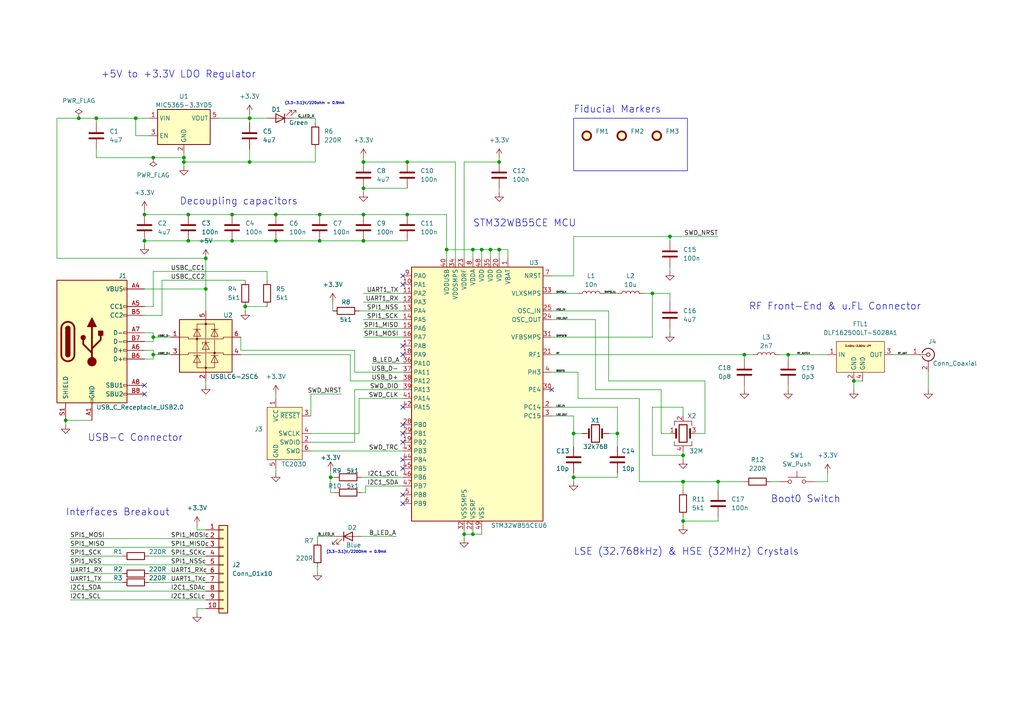
<source format=kicad_sch>
(kicad_sch (version 20230121) (generator eeschema)
  (paper "A4")
  (title_block (title "Bluetooth Breakout Board") (date "2024-01-15") (rev "A"))
  (junction (at 198.12 132.08))
  (junction (at 53.34 45.72))
  (junction (at 41.91 62.23))
  (junction (at 39.37 34.29))
  (junction (at 92.71 69.85))
  (junction (at 105.41 62.23))
  (junction (at 67.31 62.23))
  (junction (at 247.65 110.49))
  (junction (at 144.78 72.39))
  (junction (at 41.91 69.85))
  (junction (at 72.39 46.99))
  (junction (at 53.34 46.99))
  (junction (at 144.78 46.99))
  (junction (at 59.69 74.93))
  (junction (at 137.16 154.94))
  (junction (at 129.54 72.39))
  (junction (at 228.6 102.87))
  (junction (at 67.31 69.85))
  (junction (at 118.11 46.99))
  (junction (at 105.41 54.61))
  (junction (at 71.12 88.9))
  (junction (at 92.71 62.23))
  (junction (at 208.28 139.7))
  (junction (at 59.69 83.82))
  (junction (at 194.31 68.58))
  (junction (at 72.39 34.29))
  (junction (at 54.61 69.85))
  (junction (at 198.12 139.7))
  (junction (at 19.05 121.92))
  (junction (at 44.45 97.79))
  (junction (at 137.16 72.39))
  (junction (at 139.7 72.39))
  (junction (at 215.9 102.87))
  (junction (at 95.885 138.43))
  (junction (at 179.07 125.73))
  (junction (at 118.11 62.23))
  (junction (at 54.61 62.23))
  (junction (at 198.12 151.13))
  (junction (at 44.45 102.87))
  (junction (at 166.37 138.43))
  (junction (at 166.37 125.73))
  (junction (at 142.24 72.39))
  (junction (at 80.01 69.85))
  (junction (at 80.01 62.23))
  (junction (at 44.45 45.72))
  (junction (at 134.62 154.94))
  (junction (at 22.86 34.29))
  (junction (at 105.41 46.99))
  (junction (at 105.41 69.85))
  (junction (at 27.94 34.29))
  (junction (at 189.23 85.09))
  (no_connect (at 116.84 146.05))
  (no_connect (at 116.84 135.89))
  (no_connect (at 116.84 100.33))
  (no_connect (at 116.84 102.87))
  (no_connect (at 116.84 133.35))
  (no_connect (at 116.84 128.27))
  (no_connect (at 41.91 114.3))
  (no_connect (at 116.84 143.51))
  (no_connect (at 116.84 125.73))
  (no_connect (at 160.02 113.03))
  (no_connect (at 116.84 82.55))
  (no_connect (at 116.84 80.01))
  (no_connect (at 41.91 111.76))
  (no_connect (at 116.84 123.19))
  (no_connect (at 116.84 118.11))
  (wire (pts (xy 198.12 132.08) (xy 198.12 130.81)))
  (wire (pts (xy 166.37 120.65) (xy 166.37 125.73)))
  (wire (pts (xy 90.17 114.3) (xy 99.06 114.3)))
  (wire (pts (xy 194.31 85.09) (xy 194.31 87.63)))
  (wire (pts (xy 215.9 104.14) (xy 215.9 102.87)))
  (wire (pts (xy 167.64 107.95) (xy 167.64 115.57)))
  (wire (pts (xy 20.32 171.45) (xy 59.69 171.45)))
  (wire (pts (xy 43.18 39.37) (xy 39.37 39.37)))
  (wire (pts (xy 198.12 151.13) (xy 198.12 152.4)))
  (wire (pts (xy 160.02 92.71) (xy 172.72 92.71)))
  (wire (pts (xy 106.045 140.97) (xy 106.045 142.875)))
  (wire (pts (xy 129.54 62.23) (xy 118.11 62.23)))
  (wire (pts (xy 204.47 125.73) (xy 201.93 125.73)))
  (wire (pts (xy 102.87 107.95) (xy 116.84 107.95)))
  (wire (pts (xy 204.47 110.49) (xy 204.47 125.73)))
  (wire (pts (xy 41.91 104.14) (xy 44.45 104.14)))
  (wire (pts (xy 77.47 78.74) (xy 77.47 81.28)))
  (wire (pts (xy 71.12 88.9) (xy 71.12 90.17)))
  (wire (pts (xy 16.51 74.93) (xy 59.69 74.93)))
  (wire (pts (xy 19.05 121.92) (xy 19.05 123.19)))
  (wire (pts (xy 102.87 113.03) (xy 116.84 113.03)))
  (wire (pts (xy 194.31 68.58) (xy 208.28 68.58)))
  (wire (pts (xy 101.6 110.49) (xy 116.84 110.49)))
  (wire (pts (xy 90.17 130.81) (xy 116.84 130.81)))
  (wire (pts (xy 41.91 88.9) (xy 44.45 88.9)))
  (wire (pts (xy 167.64 115.57) (xy 185.42 115.57)))
  (wire (pts (xy 102.87 128.27) (xy 102.87 113.03)))
  (wire (pts (xy 215.9 102.87) (xy 218.44 102.87)))
  (wire (pts (xy 59.69 74.93) (xy 59.69 83.82)))
  (wire (pts (xy 166.37 129.54) (xy 166.37 125.73)))
  (wire (pts (xy 104.14 90.17) (xy 116.84 90.17)))
  (wire (pts (xy 95.885 136.525) (xy 95.885 138.43)))
  (wire (pts (xy 91.44 43.18) (xy 91.44 46.99)))
  (wire (pts (xy 198.12 149.86) (xy 198.12 151.13)))
  (wire (pts (xy 137.16 72.39) (xy 139.7 72.39)))
  (wire (pts (xy 208.28 142.24) (xy 208.28 139.7)))
  (wire (pts (xy 41.91 99.06) (xy 44.45 99.06)))
  (wire (pts (xy 166.37 138.43) (xy 166.37 139.7)))
  (wire (pts (xy 44.45 99.06) (xy 44.45 97.79)))
  (wire (pts (xy 27.94 43.18) (xy 27.94 45.72)))
  (wire (pts (xy 22.86 34.29) (xy 16.51 34.29)))
  (wire (pts (xy 44.45 45.72) (xy 53.34 45.72)))
  (wire (pts (xy 20.32 161.29) (xy 35.56 161.29)))
  (wire (pts (xy 228.6 102.87) (xy 228.6 104.14)))
  (wire (pts (xy 92.075 164.465) (xy 92.075 165.735)))
  (wire (pts (xy 166.37 80.01) (xy 166.37 68.58)))
  (wire (pts (xy 105.41 54.61) (xy 118.11 54.61)))
  (wire (pts (xy 80.01 114.3) (xy 80.01 115.57)))
  (wire (pts (xy 134.62 154.94) (xy 137.16 154.94)))
  (wire (pts (xy 91.44 34.29) (xy 91.44 35.56)))
  (wire (pts (xy 67.31 62.23) (xy 80.01 62.23)))
  (wire (pts (xy 134.62 46.99) (xy 134.62 74.93)))
  (wire (pts (xy 54.61 62.23) (xy 67.31 62.23)))
  (wire (pts (xy 59.69 110.49) (xy 59.69 111.76)))
  (wire (pts (xy 189.23 132.08) (xy 198.12 132.08)))
  (wire (pts (xy 132.08 46.99) (xy 118.11 46.99)))
  (wire (pts (xy 41.91 69.85) (xy 41.91 71.12)))
  (wire (pts (xy 105.41 62.23) (xy 118.11 62.23)))
  (wire (pts (xy 198.12 118.11) (xy 189.23 118.11)))
  (wire (pts (xy 194.31 68.58) (xy 194.31 69.85)))
  (wire (pts (xy 105.41 87.63) (xy 116.84 87.63)))
  (wire (pts (xy 247.65 110.49) (xy 247.65 113.03)))
  (wire (pts (xy 20.32 158.75) (xy 59.69 158.75)))
  (wire (pts (xy 41.91 62.23) (xy 54.61 62.23)))
  (wire (pts (xy 172.72 92.71) (xy 172.72 113.03)))
  (wire (pts (xy 166.37 125.73) (xy 168.91 125.73)))
  (wire (pts (xy 185.42 115.57) (xy 185.42 139.7)))
  (wire (pts (xy 160.02 107.95) (xy 167.64 107.95)))
  (wire (pts (xy 57.15 176.53) (xy 59.69 176.53)))
  (wire (pts (xy 166.37 137.16) (xy 166.37 138.43)))
  (wire (pts (xy 46.99 81.28) (xy 46.99 91.44)))
  (wire (pts (xy 179.07 118.11) (xy 179.07 125.73)))
  (wire (pts (xy 137.16 154.94) (xy 137.16 153.67)))
  (wire (pts (xy 71.12 88.9) (xy 77.47 88.9)))
  (wire (pts (xy 269.24 107.95) (xy 269.24 113.03)))
  (wire (pts (xy 129.54 74.93) (xy 129.54 72.39)))
  (wire (pts (xy 43.18 161.29) (xy 59.69 161.29)))
  (wire (pts (xy 144.78 45.72) (xy 144.78 46.99)))
  (wire (pts (xy 160.02 80.01) (xy 166.37 80.01)))
  (wire (pts (xy 179.07 125.73) (xy 179.07 129.54)))
  (wire (pts (xy 104.14 125.73) (xy 104.14 115.57)))
  (wire (pts (xy 166.37 68.58) (xy 194.31 68.58)))
  (wire (pts (xy 53.34 44.45) (xy 53.34 45.72)))
  (wire (pts (xy 139.7 72.39) (xy 142.24 72.39)))
  (wire (pts (xy 71.12 81.28) (xy 46.99 81.28)))
  (wire (pts (xy 107.95 105.41) (xy 116.84 105.41)))
  (wire (pts (xy 19.05 121.92) (xy 26.67 121.92)))
  (wire (pts (xy 166.37 138.43) (xy 179.07 138.43)))
  (wire (pts (xy 144.78 46.99) (xy 134.62 46.99)))
  (wire (pts (xy 41.91 60.96) (xy 41.91 62.23)))
  (wire (pts (xy 259.08 102.87) (xy 264.16 102.87)))
  (wire (pts (xy 44.45 78.74) (xy 77.47 78.74)))
  (wire (pts (xy 134.62 154.94) (xy 134.62 156.21)))
  (wire (pts (xy 160.02 102.87) (xy 215.9 102.87)))
  (wire (pts (xy 144.78 72.39) (xy 147.32 72.39)))
  (wire (pts (xy 44.45 101.6) (xy 44.45 102.87)))
  (wire (pts (xy 20.32 166.37) (xy 35.56 166.37)))
  (wire (pts (xy 27.94 34.29) (xy 22.86 34.29)))
  (wire (pts (xy 186.69 85.09) (xy 189.23 85.09)))
  (wire (pts (xy 41.91 69.85) (xy 54.61 69.85)))
  (wire (pts (xy 69.85 102.87) (xy 101.6 102.87)))
  (wire (pts (xy 142.24 72.39) (xy 144.78 72.39)))
  (wire (pts (xy 189.23 118.11) (xy 189.23 132.08)))
  (wire (pts (xy 16.51 34.29) (xy 16.51 74.93)))
  (wire (pts (xy 228.6 102.87) (xy 240.03 102.87)))
  (wire (pts (xy 176.53 125.73) (xy 179.07 125.73)))
  (wire (pts (xy 92.71 69.85) (xy 105.41 69.85)))
  (wire (pts (xy 160.02 85.09) (xy 167.64 85.09)))
  (wire (pts (xy 43.18 34.29) (xy 39.37 34.29)))
  (wire (pts (xy 102.87 101.6) (xy 102.87 107.95)))
  (wire (pts (xy 85.09 34.29) (xy 91.44 34.29)))
  (wire (pts (xy 104.14 115.57) (xy 116.84 115.57)))
  (wire (pts (xy 104.775 155.575) (xy 114.935 155.575)))
  (wire (pts (xy 72.39 33.02) (xy 72.39 34.29)))
  (wire (pts (xy 226.06 102.87) (xy 228.6 102.87)))
  (wire (pts (xy 105.41 45.72) (xy 105.41 46.99)))
  (wire (pts (xy 95.885 138.43) (xy 95.885 142.875)))
  (wire (pts (xy 144.78 72.39) (xy 144.78 74.93)))
  (wire (pts (xy 194.31 77.47) (xy 194.31 78.74)))
  (wire (pts (xy 44.45 104.14) (xy 44.45 102.87)))
  (wire (pts (xy 208.28 149.86) (xy 208.28 151.13)))
  (wire (pts (xy 41.91 96.52) (xy 44.45 96.52)))
  (wire (pts (xy 132.08 74.93) (xy 132.08 46.99)))
  (wire (pts (xy 144.78 54.61) (xy 144.78 55.88)))
  (wire (pts (xy 53.34 45.72) (xy 53.34 46.99)))
  (wire (pts (xy 80.01 62.23) (xy 92.71 62.23)))
  (wire (pts (xy 139.7 72.39) (xy 139.7 74.93)))
  (wire (pts (xy 228.6 111.76) (xy 228.6 113.03)))
  (wire (pts (xy 160.02 120.65) (xy 166.37 120.65)))
  (wire (pts (xy 72.39 34.29) (xy 72.39 35.56)))
  (wire (pts (xy 97.155 155.575) (xy 92.075 155.575)))
  (wire (pts (xy 105.41 54.61) (xy 105.41 55.88)))
  (wire (pts (xy 147.32 72.39) (xy 147.32 74.93)))
  (wire (pts (xy 189.23 97.79) (xy 189.23 85.09)))
  (wire (pts (xy 80.01 69.85) (xy 92.71 69.85)))
  (wire (pts (xy 137.16 72.39) (xy 137.16 74.93)))
  (wire (pts (xy 72.39 46.99) (xy 53.34 46.99)))
  (wire (pts (xy 46.99 91.44) (xy 41.91 91.44)))
  (wire (pts (xy 134.62 153.67) (xy 134.62 154.94)))
  (wire (pts (xy 101.6 102.87) (xy 101.6 110.49)))
  (wire (pts (xy 129.54 72.39) (xy 137.16 72.39)))
  (wire (pts (xy 215.9 111.76) (xy 215.9 113.03)))
  (wire (pts (xy 104.775 138.43) (xy 116.84 138.43)))
  (wire (pts (xy 43.18 166.37) (xy 59.69 166.37)))
  (wire (pts (xy 20.32 168.91) (xy 35.56 168.91)))
  (wire (pts (xy 137.16 154.94) (xy 139.7 154.94)))
  (wire (pts (xy 198.12 132.08) (xy 198.12 133.35)))
  (wire (pts (xy 95.885 142.875) (xy 97.155 142.875)))
  (wire (pts (xy 176.53 110.49) (xy 204.47 110.49)))
  (wire (pts (xy 20.32 156.21) (xy 59.69 156.21)))
  (wire (pts (xy 44.45 97.79) (xy 49.53 97.79)))
  (wire (pts (xy 179.07 138.43) (xy 179.07 137.16)))
  (wire (pts (xy 41.91 101.6) (xy 44.45 101.6)))
  (wire (pts (xy 20.32 173.99) (xy 59.69 173.99)))
  (wire (pts (xy 67.31 69.85) (xy 80.01 69.85)))
  (wire (pts (xy 106.045 140.97) (xy 116.84 140.97)))
  (wire (pts (xy 189.23 85.09) (xy 194.31 85.09)))
  (wire (pts (xy 142.24 72.39) (xy 142.24 74.93)))
  (wire (pts (xy 59.69 83.82) (xy 41.91 83.82)))
  (wire (pts (xy 57.15 177.8) (xy 57.15 176.53)))
  (wire (pts (xy 95.885 138.43) (xy 97.155 138.43)))
  (wire (pts (xy 44.45 96.52) (xy 44.45 97.79)))
  (wire (pts (xy 69.85 101.6) (xy 69.85 97.79)))
  (wire (pts (xy 39.37 34.29) (xy 27.94 34.29)))
  (wire (pts (xy 92.075 155.575) (xy 92.075 156.845)))
  (wire (pts (xy 105.41 92.71) (xy 116.84 92.71)))
  (wire (pts (xy 191.77 113.03) (xy 191.77 125.73)))
  (wire (pts (xy 172.72 113.03) (xy 191.77 113.03)))
  (wire (pts (xy 63.5 34.29) (xy 72.39 34.29)))
  (wire (pts (xy 72.39 43.18) (xy 72.39 46.99)))
  (wire (pts (xy 43.18 168.91) (xy 59.69 168.91)))
  (wire (pts (xy 240.03 139.7) (xy 240.03 137.16)))
  (wire (pts (xy 57.15 152.4) (xy 57.15 153.67)))
  (wire (pts (xy 105.41 85.09) (xy 116.84 85.09)))
  (wire (pts (xy 57.15 153.67) (xy 59.69 153.67)))
  (wire (pts (xy 96.52 87.63) (xy 96.52 90.17)))
  (wire (pts (xy 72.39 34.29) (xy 77.47 34.29)))
  (wire (pts (xy 44.45 102.87) (xy 49.53 102.87)))
  (wire (pts (xy 106.045 142.875) (xy 104.775 142.875)))
  (wire (pts (xy 27.94 34.29) (xy 27.94 35.56)))
  (wire (pts (xy 208.28 151.13) (xy 198.12 151.13)))
  (wire (pts (xy 160.02 97.79) (xy 189.23 97.79)))
  (wire (pts (xy 105.41 69.85) (xy 118.11 69.85)))
  (wire (pts (xy 92.71 62.23) (xy 105.41 62.23)))
  (wire (pts (xy 223.52 139.7) (xy 226.06 139.7)))
  (wire (pts (xy 90.17 128.27) (xy 102.87 128.27)))
  (wire (pts (xy 247.65 110.49) (xy 250.19 110.49)))
  (wire (pts (xy 91.44 46.99) (xy 72.39 46.99)))
  (wire (pts (xy 54.61 69.85) (xy 67.31 69.85)))
  (wire (pts (xy 129.54 72.39) (xy 129.54 62.23)))
  (wire (pts (xy 176.53 90.17) (xy 176.53 110.49)))
  (wire (pts (xy 90.17 125.73) (xy 104.14 125.73)))
  (wire (pts (xy 27.94 45.72) (xy 44.45 45.72)))
  (wire (pts (xy 194.31 95.25) (xy 194.31 96.52)))
  (wire (pts (xy 44.45 88.9) (xy 44.45 78.74)))
  (wire (pts (xy 185.42 139.7) (xy 198.12 139.7)))
  (wire (pts (xy 105.41 97.79) (xy 116.84 97.79)))
  (wire (pts (xy 90.17 114.3) (xy 90.17 120.65)))
  (wire (pts (xy 80.01 135.89) (xy 80.01 137.16)))
  (wire (pts (xy 198.12 120.65) (xy 198.12 118.11)))
  (wire (pts (xy 191.77 125.73) (xy 194.31 125.73)))
  (wire (pts (xy 59.69 83.82) (xy 59.69 90.17)))
  (wire (pts (xy 20.32 163.83) (xy 59.69 163.83)))
  (wire (pts (xy 198.12 139.7) (xy 198.12 142.24)))
  (wire (pts (xy 105.41 95.25) (xy 116.84 95.25)))
  (wire (pts (xy 39.37 39.37) (xy 39.37 34.29)))
  (wire (pts (xy 208.28 139.7) (xy 215.9 139.7)))
  (wire (pts (xy 139.7 154.94) (xy 139.7 153.67)))
  (wire (pts (xy 175.26 85.09) (xy 179.07 85.09)))
  (wire (pts (xy 160.02 118.11) (xy 179.07 118.11)))
  (wire (pts (xy 105.41 46.99) (xy 118.11 46.99)))
  (wire (pts (xy 236.22 139.7) (xy 240.03 139.7)))
  (wire (pts (xy 160.02 90.17) (xy 176.53 90.17)))
  (wire (pts (xy 53.34 46.99) (xy 53.34 48.26)))
  (wire (pts (xy 69.85 101.6) (xy 102.87 101.6)))
  (wire (pts (xy 198.12 139.7) (xy 208.28 139.7)))
  (rectangle (start 166.37 34.29) (end 199.39 49.53))
  (text "Fiducial Markers" (at 166.37 33.02 0) (effects (font (size 2.032 2.032)) (justify left bottom)))
  (text "USB-C Connector" (at 25.4 128.27 0) (effects (font (size 2.032 2.032)) (justify left bottom)))
  (text "RF Front-End & u.FL Connector" (at 217.17 90.17 0) (effects (font (size 2.032 2.032)) (justify left bottom)))
  (text "+5V to +3.3V LDO Regulator" (at 29.21 22.86 0) (effects (font (size 2.032 2.032)) (justify left bottom)))
  (text "(3.3-3.1)V/220Ohm = 0.9mA" (at 94.615 160.655 0) (effects (font (size 0.762 0.762)) (justify left bottom)))
  (text "LSE (32.768kHz) & HSE (32MHz) Crystals" (at 166.37 161.29 0) (effects (font (size 2.032 2.032)) (justify left bottom)))
  (text "Interfaces Breakout" (at 19.05 149.86 0) (effects (font (size 2.032 2.032)) (justify left bottom)))
  (text "Decoupling capacitors" (at 52.07 59.69 0) (effects (font (size 2.032 2.032)) (justify left bottom)))
  (text "Boot0 Switch" (at 223.52 146.05 0) (effects (font (size 2.032 2.032)) (justify left bottom)))
  (text "(3.3-3.1)V/220ohm = 0.9mA" (at 82.55 30.48 0) (effects (font (size 0.762 0.762)) (justify left bottom)))
  (text "STM32WB55CE MCU" (at 137.16 66.04 0) (effects (font (size 2.032 2.032)) (justify left bottom)))
  (label "SWD_TRC" (at 115.57 130.81 180))
  (label "SPI1_MOSI" (at 115.57 97.79 180))
  (label "SMPSLX" (at 161.29 85.09 0) (effects (font (size 0.5 0.5))))
  (label "HSE_OUT" (at 161.29 92.71 0) (effects (font (size 0.5 0.5))))
  (label "USB_D-" (at 115.57 107.95 180))
  (label "UART1_TX" (at 115.57 85.09 180))
  (label "UART1_RX" (at 115.57 87.63 180))
  (label "BOOT0" (at 161.29 107.95 0) (effects (font (size 0.5 0.5))))
  (label "SPI1_SCKc" (at 49.53 161.29 0))
  (label "I2C1_SCL" (at 20.32 173.99 0))
  (label "SWD_DIO" (at 115.57 113.03 180))
  (label "SPI1_NSS" (at 115.57 90.17 180))
  (label "UART1_RXc" (at 49.53 166.37 0))
  (label "I2C1_SCL" (at 115.57 138.43 180))
  (label "I2C1_SDA" (at 20.32 171.45 0))
  (label "USBC_D-" (at 45.72 97.79 0) (effects (font (size 0.508 0.508))))
  (label "SWD_NRST" (at 208.28 68.58 180))
  (label "G_LED_K" (at 86.36 34.29 0) (effects (font (size 0.762 0.762))))
  (label "SMPSLXL" (at 175.26 85.09 0) (effects (font (size 0.5 0.5))))
  (label "I2C1_SDAc" (at 49.53 171.45 0))
  (label "SWD_CLK" (at 115.57 115.57 180))
  (label "I2C1_SCLc" (at 49.53 173.99 0))
  (label "B_LED_A" (at 114.935 155.575 180))
  (label "USBC_CC1" (at 49.53 78.74 0))
  (label "USBC_D+" (at 45.72 102.87 0) (effects (font (size 0.508 0.508))))
  (label "LSE_IN" (at 161.29 118.11 0) (effects (font (size 0.5 0.5))))
  (label "I2C1_SDA" (at 115.57 140.97 180))
  (label "UART1_TXc" (at 49.53 168.91 0))
  (label "SWD_NRST" (at 99.06 114.3 180))
  (label "RF_ANT" (at 260.35 102.87 0) (effects (font (size 0.5 0.5))))
  (label "SPI1_MISO" (at 20.32 158.75 0))
  (label "RF" (at 161.29 102.87 0) (effects (font (size 0.5 0.5))))
  (label "UART1_TX" (at 20.32 168.91 0))
  (label "B_LED_K" (at 97.155 155.575 180) (effects (font (size 0.762 0.762))))
  (label "USB_D+" (at 115.57 110.49 180))
  (label "UART1_RX" (at 20.32 166.37 0))
  (label "RF_MATCH" (at 231.14 102.87 0) (effects (font (size 0.5 0.5))))
  (label "B_LED_A" (at 107.95 105.41 0))
  (label "SPI1_SCK" (at 20.32 161.29 0))
  (label "LSE_OUT" (at 161.29 120.65 0) (effects (font (size 0.5 0.5))))
  (label "SPI1_MOSI" (at 20.32 156.21 0))
  (label "SPI1_NSS" (at 20.32 163.83 0))
  (label "USBC_CC2" (at 49.53 81.28 0))
  (label "SPI1_MOSIc" (at 49.53 156.21 0))
  (label "SPI1_MISOc" (at 49.53 158.75 0))
  (label "SPI1_SCK" (at 115.57 92.71 180))
  (label "SPI1_NSSc" (at 49.53 163.83 0))
  (label "SMPSFB" (at 161.29 97.79 0) (effects (font (size 0.5 0.5))))
  (label "SPI1_MISO" (at 115.57 95.25 180))
  (label "HSE_IN" (at 161.29 90.17 0) (effects (font (size 0.5 0.5))))
  (symbol (lib_id "power:GND") (at 134.62 156.21 0) (unit 1)
    (property "Reference" "#PWR018" (effects hide))
    (property "Value" "GND" (effects hide))
  )
  (symbol (lib_id "Device:R") (at 100.33 90.17 90) (unit 1)
    (property "Reference" "R8" (at 100.33 87.63 90))
    (property "Value" "5k1" (at 100.33 92.71 90))
    (property "Footprint" "Resistor_SMD:R_0402_1005Metric" (effects hide))
    (property "Distributor Link" "https://www.mouser.de/ProductDetail/Panasonic/ERJ-2RKF5101X?qs=YMBIwoNQYdXx9lAucePQAA%3D%3D" (effects hide))
    (property "Manufacturer" "Panasonic" (effects hide))
    (property "Manufacturer Part Numb" "ERJ-2RKF5101X" (effects hide))
  )
  (symbol (lib_id "Device:R") (at 91.44 39.37 0) (unit 1)
    (property "Reference" "R6" (at 93.98 38.1 0) (effects (justify left)))
    (property "Value" "220R" (at 93.98 40.64 0) (effects (justify left)))
    (property "Footprint" "Resistor_SMD:R_0402_1005Metric" (effects hide))
    (property "Distributor Link" "https://www.mouser.de/ProductDetail/YAGEO/AF0402JR-07220RL?qs=Ghq3E7L6HNfV8BjGdjwaqw%3D%3D" (effects hide))
    (property "Manufacturer" "YAGEO" (effects hide))
    (property "Manufacturer Part Numb" "AF0402JR-07220RL" (effects hide))
  )
  (symbol (lib_id "power:GND") (at 57.15 177.8 0) (unit 1)
    (property "Reference" "#PWR06" (effects hide))
    (property "Value" "GND" (effects hide))
  )
  (symbol (lib_id "power:GND") (at 228.6 113.03 0) (unit 1)
    (property "Reference" "#PWR027" (effects hide))
    (property "Value" "GND" (effects hide))
  )
  (symbol (lib_id "power:+3.3V") (at 144.78 45.72 0) (unit 1)
    (property "Reference" "#PWR019" (effects hide))
    (property "Value" "+3.3V" (at 144.78 40.64 0))
  )
  (symbol (lib_id "Connector_Generic:Conn_01x10") (at 64.77 163.83 0) (unit 1) (in_bom no)
    (property "Reference" "J2" (at 67.31 163.83 0) (effects (justify left)))
    (property "Value" "Conn_01x10" (at 67.31 166.37 0) (effects (justify left)))
    (property "Footprint" "Connector_PinHeader_2.54mm:PinHeader_1x10_P2.54mm_Vertical" (effects hide))
  )
  (symbol (lib_id "Device:LED") (at 100.965 155.575 0) (unit 1)
    (property "Reference" "D2" (at 103.505 153.035 0) (effects (justify right)))
    (property "Value" "Blue" (at 104.775 158.115 0) (effects (justify right)))
    (property "Footprint" "LED_SMD:LED_0402_1005Metric" (effects hide))
    (property "Distributor Link" "https://www.mouser.de/ProductDetail/Vishay-Semiconductors/VLMB1500-GS08?qs=2BArZ0I3Qlk9hauZMM5azA%3D%3D" (effects hide))
    (property "Manufacturer" "Vishay Semiconductors" (effects hide))
    (property "Manufacturer Part Numb" "VLMB1500-GS08" (effects hide))
  )
  (symbol (lib_id "power:+3.3V") (at 72.39 33.02 0) (unit 1)
    (property "Reference" "#PWR010" (effects hide))
    (property "Value" "+3.3V" (at 72.39 27.94 0))
  )
  (symbol (lib_id "power:GND") (at 198.12 152.4 0) (unit 1)
    (property "Reference" "#PWR025" (effects hide))
    (property "Value" "GND" (effects hide))
  )
  (symbol (lib_id "power:GND") (at 247.65 113.03 0) (unit 1)
    (property "Reference" "#PWR029" (effects hide))
    (property "Value" "GND" (effects hide))
  )
  (symbol (lib_id "Device:C") (at 194.31 73.66 0) (unit 1)
    (property "Reference" "C15" (at 198.12 72.39 0) (effects (justify left)))
    (property "Value" "100n" (at 198.12 74.93 0) (effects (justify left)))
    (property "Footprint" "Capacitor_SMD:C_0402_1005Metric" (effects hide))
    (property "Distributor Link" "https://www.mouser.de/ProductDetail/Wurth-Elektronik/885012205086?qs=amGC7iS6iy9PDKAAMqQhzg%3D%3D" (effects hide))
    (property "Manufacturer" "Wurth Elektronik" (effects hide))
    (property "Manufacturer Part Numb" "885012205086" (effects hide))
  )
  (symbol (lib_id "Device:R") (at 39.37 166.37 90) (unit 1)
    (property "Reference" "R2" (at 35.56 165.1 90) (effects (justify left)))
    (property "Value" "220R" (at 48.26 165.1 90) (effects (justify left)))
    (property "Footprint" "Resistor_SMD:R_0402_1005Metric" (effects hide))
    (property "Distributor Link" "https://www.mouser.de/ProductDetail/YAGEO/AF0402JR-07220RL?qs=Ghq3E7L6HNfV8BjGdjwaqw%3D%3D" (effects hide))
    (property "Manufacturer" "YAGEO" (effects hide))
    (property "Manufacturer Part Numb" "AF0402JR-07220RL" (effects hide))
  )
  (symbol (lib_id "Device:C") (at 228.6 107.95 0) (unit 1)
    (property "Reference" "C19" (at 232.41 106.68 0) (effects (justify left)))
    (property "Value" "0p3" (at 232.41 109.22 0) (effects (justify left)))
    (property "Footprint" "Capacitor_SMD:C_0402_1005Metric" (effects hide))
    (property "Distributor Link" "https://www.mouser.de/ProductDetail/Murata-Electronics/GRM1555C1HR30WA01D?qs=e%252BE4OD6MgMcS%252BbE0ktTutg%3D%3D" (effects hide))
    (property "Manufacturer" "Murata Electronics" (effects hide))
    (property "Manufacturer Part Numb" "GRM1555C1HR30WA01D" (effects hide))
  )
  (symbol (lib_id "power:GND") (at 53.34 48.26 0) (unit 1)
    (property "Reference" "#PWR04" (effects hide))
    (property "Value" "GND" (effects hide))
  )
  (symbol (lib_id "Device:R") (at 198.12 146.05 0) (unit 1)
    (property "Reference" "R11" (at 200.66 144.78 0) (effects (justify left)))
    (property "Value" "5k1" (at 200.66 147.32 0) (effects (justify left)))
    (property "Footprint" "Resistor_SMD:R_0402_1005Metric" (effects hide))
    (property "Distributor Link" "https://www.mouser.de/ProductDetail/Panasonic/ERJ-2RKF5101X?qs=YMBIwoNQYdXx9lAucePQAA%3D%3D" (effects hide))
    (property "Manufacturer" "Panasonic" (effects hide))
    (property "Manufacturer Part Numb" "ERJ-2RKF5101X" (effects hide))
  )
  (symbol (lib_id "Connector:Conn_Coaxial") (at 269.24 102.87 0) (unit 1)
    (property "Reference" "J4" (at 269.24 99.06 0) (effects (justify left)))
    (property "Value" "Conn_Coaxial" (at 270.51 105.41 0) (effects (justify left)))
    (property "Footprint" "Connector_Coaxial:U.FL_Hirose_U.FL-R-SMT-1_Vertical" (effects hide))
    (property "Datasheet" " ~" (effects hide))
    (property "Distributor Link" "https://www.mouser.de/ProductDetail/Hirose-Connector/U.FL-R-SMT01?qs=Ux3WWAnHpjDV3tCCbDi65g%3D%3D" (effects hide))
    (property "Manufacturer" "Hirose Connector" (effects hide))
    (property "Manufacturer Part Numb" "U.FL-R-SMT(01)" (effects hide))
  )
  (symbol (lib_id "power:+3.3V") (at 240.03 137.16 0) (unit 1)
    (property "Reference" "#PWR028" (effects hide))
    (property "Value" "+3.3V" (at 240.03 132.08 0))
  )
  (symbol (lib_id "Device:R") (at 100.965 138.43 90) (unit 1)
    (property "Reference" "R9" (at 99.06 136.525 90) (effects (justify left)))
    (property "Value" "5k1" (at 104.14 136.525 90) (effects (justify left)))
    (property "Footprint" "Resistor_SMD:R_0402_1005Metric" (effects hide))
    (property "Distributor Link" "https://www.mouser.de/ProductDetail/Panasonic/ERJ-2RKF5101X?qs=YMBIwoNQYdXx9lAucePQAA%3D%3D" (effects hide))
    (property "Manufacturer" "Panasonic" (effects hide))
    (property "Manufacturer Part Numb" "ERJ-2RKF5101X" (effects hide))
  )
  (symbol (lib_id "Device:C") (at 67.31 66.04 0) (unit 1)
    (property "Reference" "C4" (at 71.12 64.77 0) (effects (justify left)))
    (property "Value" "100n" (at 71.12 67.31 0) (effects (justify left)))
    (property "Footprint" "Capacitor_SMD:C_0402_1005Metric" (effects hide))
    (property "Distributor Link" "https://www.mouser.de/ProductDetail/Wurth-Elektronik/885012205086?qs=amGC7iS6iy9PDKAAMqQhzg%3D%3D" (effects hide))
    (property "Manufacturer" "Wurth Elektronik" (effects hide))
    (property "Manufacturer Part Numb" "885012205086" (effects hide))
  )
  (symbol (lib_id "Device:C") (at 179.07 133.35 0) (mirror y) (unit 1)
    (property "Reference" "C14" (at 184.15 130.81 0) (effects (justify left)))
    (property "Value" "10p" (at 184.15 135.89 0) (effects (justify left)))
    (property "Footprint" "Capacitor_SMD:C_0402_1005Metric" (effects hide))
    (property "Distributor Link" "https://www.mouser.de/ProductDetail/KEMET/C0402C100K8HACAUTO?qs=j%252B1pi9TdxUbSCidW22i%2FeQ%3D%3D" (effects hide))
    (property "Manufacturer" "KEMET" (effects hide))
    (property "Manufacturer Part Numb" "C0402C100K8HACAUTO" (effects hide))
  )
  (symbol (lib_id "power:GND") (at 269.24 113.03 0) (unit 1)
    (property "Reference" "#PWR030" (effects hide))
    (property "Value" "GND" (effects hide))
  )
  (symbol (lib_id "Device:Crystal_GND24") (at 198.12 125.73 0) (unit 1)
    (property "Reference" "X2" (at 200.66 120.65 0))
    (property "Value" "32M" (at 201.93 130.81 0))
    (property "Footprint" "Crystal:Crystal_SMD_2016-4Pin_2.0x1.6mm" (effects hide))
    (property "Distributor Link" "https://www.mouser.de/ProductDetail/NDK/NX2016SA-32M-EXS00A-CS06465?qs=w%2Fv1CP2dgqr82b0JjRnv4A%3D%3D" (effects hide))
    (property "Manufacturer" "NDK" (effects hide))
    (property "Manufacturer Part Numb" "NX2016SA-32M-EXS00A-CS06465" (effects hide))
  )
  (symbol (lib_id "Device:C") (at 118.11 66.04 0) (unit 1)
    (property "Reference" "C11" (at 121.92 64.77 0) (effects (justify left)))
    (property "Value" "100n" (at 121.92 67.31 0) (effects (justify left)))
    (property "Footprint" "Capacitor_SMD:C_0402_1005Metric" (effects hide))
    (property "Distributor Link" "https://www.mouser.de/ProductDetail/Wurth-Elektronik/885012205086?qs=amGC7iS6iy9PDKAAMqQhzg%3D%3D" (effects hide))
    (property "Manufacturer" "Wurth Elektronik" (effects hide))
    (property "Manufacturer Part Numb" "885012205086" (effects hide))
  )
  (symbol (lib_id "Device:C") (at 54.61 66.04 0) (unit 1)
    (property "Reference" "C3" (at 58.42 64.77 0) (effects (justify left)))
    (property "Value" "100n" (at 58.42 67.31 0) (effects (justify left)))
    (property "Footprint" "Capacitor_SMD:C_0402_1005Metric" (effects hide))
    (property "Distributor Link" "https://www.mouser.de/ProductDetail/Wurth-Elektronik/885012205086?qs=amGC7iS6iy9PDKAAMqQhzg%3D%3D" (effects hide))
    (property "Manufacturer" "Wurth Elektronik" (effects hide))
    (property "Manufacturer Part Numb" "885012205086" (effects hide))
  )
  (symbol (lib_id "power:GND") (at 19.05 123.19 0) (unit 1)
    (property "Reference" "#PWR01" (effects hide))
    (property "Value" "GND" (effects hide))
  )
  (symbol (lib_id "Device:C") (at 144.78 50.8 0) (unit 1)
    (property "Reference" "C12" (at 148.59 49.53 0) (effects (justify left)))
    (property "Value" "100n" (at 148.59 52.07 0) (effects (justify left)))
    (property "Footprint" "Capacitor_SMD:C_0402_1005Metric" (effects hide))
    (property "Distributor Link" "https://www.mouser.de/ProductDetail/Wurth-Elektronik/885012205086?qs=amGC7iS6iy9PDKAAMqQhzg%3D%3D" (effects hide))
    (property "Manufacturer" "Wurth Elektronik" (effects hide))
    (property "Manufacturer Part Numb" "885012205086" (effects hide))
  )
  (symbol (lib_id "Device:C") (at 166.37 133.35 0) (unit 1)
    (property "Reference" "C13" (at 161.29 130.81 0) (effects (justify left)))
    (property "Value" "10p" (at 161.29 135.89 0) (effects (justify left)))
    (property "Footprint" "Capacitor_SMD:C_0402_1005Metric" (effects hide))
    (property "Distributor Link" "https://www.mouser.de/ProductDetail/KEMET/C0402C100K8HACAUTO?qs=j%252B1pi9TdxUbSCidW22i%2FeQ%3D%3D" (effects hide))
    (property "Manufacturer" "KEMET" (effects hide))
    (property "Manufacturer Part Numb" "C0402C100K8HACAUTO" (effects hide))
  )
  (symbol (lib_id "Custom:DLF162500LT-5028A1") (at 248.92 102.87 0) (unit 1)
    (property "Reference" "FTL1" (at 249.555 93.98 0))
    (property "Value" "DLF162500LT-5028A1" (at 249.555 96.52 0))
    (property "Footprint" "custom:DLF162500LT-5028A1" (effects hide))
    (property "Datasheet" "https://product.tdk.com/system/files/dam/doc/product/rf/rf/filter/catalog/rf_lpf_dlf162500lt-5028a1_en.pdf" (effects hide))
    (property "Distributor Link" "https://www.mouser.de/ProductDetail/TDK/DLF162500LT-5028A1?qs=U%2FZX79kHR%2FlwIbAISCs3qA%3D%3D" (effects hide))
    (property "Manufacturer" "TDK" (effects hide))
    (property "Manufacturer Part Numb" "DLF162500LT-5028A1" (effects hide))
  )
  (symbol (lib_id "Device:R") (at 77.47 85.09 0) (unit 1)
    (property "Reference" "R5" (at 80.01 83.82 0) (effects (justify left)))
    (property "Value" "5k1" (at 80.01 86.36 0) (effects (justify left)))
    (property "Footprint" "Resistor_SMD:R_0402_1005Metric" (effects hide))
    (property "Distributor Link" "https://www.mouser.de/ProductDetail/Panasonic/ERJ-2RKF5101X?qs=YMBIwoNQYdXx9lAucePQAA%3D%3D" (effects hide))
    (property "Manufacturer" "Panasonic" (effects hide))
    (property "Manufacturer Part Numb" "ERJ-2RKF5101X" (effects hide))
  )
  (symbol (lib_id "Device:R") (at 100.965 142.875 90) (unit 1)
    (property "Reference" "R10" (at 99.06 140.97 90) (effects (justify left)))
    (property "Value" "5k1" (at 104.14 140.97 90) (effects (justify left)))
    (property "Footprint" "Resistor_SMD:R_0402_1005Metric" (effects hide))
    (property "Distributor Link" "https://www.mouser.de/ProductDetail/Panasonic/ERJ-2RKF5101X?qs=YMBIwoNQYdXx9lAucePQAA%3D%3D" (effects hide))
    (property "Manufacturer" "Panasonic" (effects hide))
    (property "Manufacturer Part Numb" "ERJ-2RKF5101X" (effects hide))
  )
  (symbol (lib_id "power:+3.3V") (at 41.91 60.96 0) (unit 1)
    (property "Reference" "#PWR02" (effects hide))
    (property "Value" "+3.3V" (at 41.91 55.88 0))
  )
  (symbol (lib_id "Custom:USBLC6-2SC6") (at 59.69 100.33 0) (unit 1)
    (property "Reference" "U2" (at 64.77 91.44 0) (effects (justify left)))
    (property "Value" "USBLC6-2SC6" (at 60.96 109.22 0) (effects (justify left)))
    (property "Footprint" "Package_TO_SOT_SMD:SOT-23-6" (effects hide))
    (property "Datasheet" "https://www.st.com/resource/en/datasheet/usblc6-2.pdf" (effects hide))
    (property "Distributor Link" "https://www.mouser.de/ProductDetail/STMicroelectronics/USBLC6-2SC6?qs=po45yt2pPpu%2FhNIlwQdTlg%3D%3D" (effects hide))
    (property "Manufacturer" "STMicroelectronics" (effects hide))
    (property "Manufacturer Part Numb" "USBLC6-2SC6" (effects hide))
  )
  (symbol (lib_id "MCU_ST_STM32WB:STM32WB55CEUx") (at 139.7 115.57 0) (mirror y) (unit 1)
    (property "Reference" "U3" (at 156.21 76.2 0) (effects (justify left)))
    (property "Value" "STM32WB55CEU6" (at 158.75 152.4 0) (effects (justify left)))
    (property "Footprint" "Package_DFN_QFN:QFN-48-1EP_7x7mm_P0.5mm_EP5.6x5.6mm" (effects hide))
    (property "Datasheet" "https://www.st.com/resource/en/datasheet/stm32wb55ce.pdf" (effects hide))
    (property "Distributor Link" "https://www.mouser.de/ProductDetail/STMicroelectronics/STM32WB55CEU6?qs=sGAEpiMZZMutXGli8Ay4kBWv84s2P%2FIYMjTuX1A47XY%3D" (effects hide))
    (property "Manufacturer" "STMicroelectronics" (effects hide))
    (property "Manufacturer Part Numb" "STM32WB55CEU6" (effects hide))
  )
  (symbol (lib_id "Device:C") (at 208.28 146.05 0) (unit 1)
    (property "Reference" "C17" (at 212.09 144.78 0) (effects (justify left)))
    (property "Value" "100n" (at 212.09 147.32 0) (effects (justify left)))
    (property "Footprint" "Capacitor_SMD:C_0402_1005Metric" (effects hide))
    (property "Distributor Link" "https://www.mouser.de/ProductDetail/Wurth-Elektronik/885012205086?qs=amGC7iS6iy9PDKAAMqQhzg%3D%3D" (effects hide))
    (property "Manufacturer" "Wurth Elektronik" (effects hide))
    (property "Manufacturer Part Numb" "885012205086" (effects hide))
  )
  (symbol (lib_id "power:GND") (at 194.31 78.74 0) (unit 1)
    (property "Reference" "#PWR022" (effects hide))
    (property "Value" "GND" (effects hide))
  )
  (symbol (lib_id "power:GND") (at 59.69 111.76 0) (unit 1)
    (property "Reference" "#PWR08" (effects hide))
    (property "Value" "GND" (effects hide))
  )
  (symbol (lib_id "Mechanical:Fiducial") (at 170.18 39.37 0) (unit 1) (in_bom no)
    (property "Reference" "FM1" (at 172.72 38.1 0) (effects (justify left)))
    (property "Value" "Fiducial" (effects hide))
    (property "Footprint" "Fiducial:Fiducial_1mm_Mask2mm" (effects hide))
  )
  (symbol (lib_id "power:GND") (at 215.9 113.03 0) (unit 1)
    (property "Reference" "#PWR026" (effects hide))
    (property "Value" "GND" (effects hide))
  )
  (symbol (lib_id "Device:R") (at 39.37 161.29 90) (unit 1)
    (property "Reference" "R1" (at 35.56 160.02 90) (effects (justify left)))
    (property "Value" "220R" (at 48.26 160.02 90) (effects (justify left)))
    (property "Footprint" "Resistor_SMD:R_0402_1005Metric" (effects hide))
    (property "Distributor Link" "https://www.mouser.de/ProductDetail/YAGEO/AF0402JR-07220RL?qs=Ghq3E7L6HNfV8BjGdjwaqw%3D%3D" (effects hide))
    (property "Manufacturer" "YAGEO" (effects hide))
    (property "Manufacturer Part Numb" "AF0402JR-07220RL" (effects hide))
  )
  (symbol (lib_id "Device:R") (at 219.71 139.7 90) (unit 1)
    (property "Reference" "R12" (at 219.71 133.35 90))
    (property "Value" "220R" (at 219.71 135.89 90))
    (property "Footprint" "Resistor_SMD:R_0402_1005Metric" (effects hide))
    (property "Distributor Link" "https://www.mouser.de/ProductDetail/YAGEO/AF0402JR-07220RL?qs=Ghq3E7L6HNfV8BjGdjwaqw%3D%3D" (effects hide))
    (property "Manufacturer" "YAGEO" (effects hide))
    (property "Manufacturer Part Numb" "AF0402JR-07220RL" (effects hide))
  )
  (symbol (lib_id "power:GND") (at 144.78 55.88 0) (unit 1)
    (property "Reference" "#PWR020" (effects hide))
    (property "Value" "GND" (effects hide))
  )
  (symbol (lib_id "power:GND") (at 92.075 165.735 0) (unit 1)
    (property "Reference" "#PWR013" (effects hide))
    (property "Value" "GND" (effects hide))
  )
  (symbol (lib_id "Device:C") (at 72.39 39.37 0) (unit 1)
    (property "Reference" "C5" (at 76.2 38.1 0) (effects (justify left)))
    (property "Value" "4u7" (at 76.2 40.64 0) (effects (justify left)))
    (property "Footprint" "Capacitor_SMD:C_0603_1608Metric" (effects hide))
    (property "Distributor Link" "https://www.mouser.de/ProductDetail/KYOCERA-AVX/KGM15CR51E475KT?qs=Jm2GQyTW%2FbixQyNI34FoPQ%3D%3D" (effects hide))
    (property "Manufacturer" "KYOCERA AVX" (effects hide))
    (property "Manufacturer Part Numb" "KGM15CR51E475KT" (effects hide))
  )
  (symbol (lib_id "power:GND") (at 198.12 133.35 0) (unit 1)
    (property "Reference" "#PWR024" (effects hide))
    (property "Value" "GND" (effects hide))
  )
  (symbol (lib_id "power:GND") (at 41.91 71.12 0) (unit 1)
    (property "Reference" "#PWR03" (effects hide))
    (property "Value" "GND" (effects hide))
  )
  (symbol (lib_id "Device:LED") (at 81.28 34.29 180) (unit 1)
    (property "Reference" "D1" (at 78.74 31.75 0) (effects (justify right)))
    (property "Value" "Green" (at 83.82 35.56 0) (effects (justify right)))
    (property "Footprint" "LED_SMD:LED_0402_1005Metric" (effects hide))
    (property "Distributor Link" "https://www.mouser.de/ProductDetail/Lite-On/LTST-C281KGKT?qs=xb8aMrBSZRJ6%2FVAKgwiAkw%3D%3D" (effects hide))
    (property "Manufacturer" "Lite-On" (effects hide))
    (property "Manufacturer Part Numb" "LTST-C281KGKT" (effects hide))
  )
  (symbol (lib_id "Connector:USB_C_Receptacle_USB2.0") (at 26.67 99.06 0) (unit 1)
    (property "Reference" "J1" (at 35.56 80.01 0))
    (property "Value" "USB_C_Receptacle_USB2.0" (at 40.64 118.11 0))
    (property "Footprint" "Connector_USB:USB_C_Receptacle_GCT_USB4105-xx-A_16P_TopMnt_Horizontal" (effects hide))
    (property "Datasheet" "https://www.usb.org/sites/default/files/documents/usb_type-c.zip" (effects hide))
    (property "Distributor Link" "https://www.mouser.de/ProductDetail/GCT/USB4105-GF-A?qs=KUoIvG%2F9IlY%2FMLlBMpStpA%3D%3D" (effects hide))
    (property "Manufacturer" "GCT" (effects hide))
    (property "Manufacturer Part Numb" "USB4105-GF-A" (effects hide))
  )
  (symbol (lib_id "Device:R") (at 92.075 160.655 0) (unit 1)
    (property "Reference" "R7" (at 88.265 156.845 0) (effects (justify left)))
    (property "Value" "220R" (at 85.725 161.925 0) (effects (justify left)))
    (property "Footprint" "Resistor_SMD:R_0402_1005Metric" (effects hide))
    (property "Distributor Link" "https://www.mouser.de/ProductDetail/YAGEO/AF0402JR-07220RL?qs=Ghq3E7L6HNfV8BjGdjwaqw%3D%3D" (effects hide))
    (property "Manufacturer" "YAGEO" (effects hide))
    (property "Manufacturer Part Numb" "AF0402JR-07220RL" (effects hide))
  )
  (symbol (lib_id "power:PWR_FLAG") (at 44.45 45.72 180) (unit 1)
    (property "Reference" "#FLG02" (effects hide))
    (property "Value" "PWR_FLAG" (at 44.45 50.8 0))
  )
  (symbol (lib_id "Mechanical:Fiducial") (at 180.34 39.37 0) (unit 1) (in_bom no)
    (property "Reference" "FM2" (at 182.88 38.1 0) (effects (justify left)))
    (property "Value" "Fiducial" (effects hide))
    (property "Footprint" "Fiducial:Fiducial_1mm_Mask2mm" (effects hide))
  )
  (symbol (lib_id "Device:C") (at 92.71 66.04 0) (unit 1)
    (property "Reference" "C7" (at 96.52 64.77 0) (effects (justify left)))
    (property "Value" "100n" (at 96.52 67.31 0) (effects (justify left)))
    (property "Footprint" "Capacitor_SMD:C_0402_1005Metric" (effects hide))
    (property "Distributor Link" "https://www.mouser.de/ProductDetail/Wurth-Elektronik/885012205086?qs=amGC7iS6iy9PDKAAMqQhzg%3D%3D" (effects hide))
    (property "Manufacturer" "Wurth Elektronik" (effects hide))
    (property "Manufacturer Part Numb" "885012205086" (effects hide))
  )
  (symbol (lib_id "Device:C") (at 215.9 107.95 0) (mirror y) (unit 1)
    (property "Reference" "C18" (at 212.09 106.68 0) (effects (justify left)))
    (property "Value" "0p8" (at 212.09 109.22 0) (effects (justify left)))
    (property "Footprint" "Capacitor_SMD:C_0402_1005Metric" (effects hide))
    (property "Distributor Link" "https://www.mouser.de/ProductDetail/Murata-Electronics/GRM1555C1HR80BA01D?qs=e%252BE4OD6MgMezPYPintwvrA%3D%3D" (effects hide))
    (property "Manufacturer" "Murata Electronics" (effects hide))
    (property "Manufacturer Part Numb" "GRM1555C1HR80BA01D" (effects hide))
  )
  (symbol (lib_id "Device:C") (at 80.01 66.04 0) (unit 1)
    (property "Reference" "C6" (at 83.82 64.77 0) (effects (justify left)))
    (property "Value" "100n" (at 83.82 67.31 0) (effects (justify left)))
    (property "Footprint" "Capacitor_SMD:C_0402_1005Metric" (effects hide))
    (property "Distributor Link" "https://www.mouser.de/ProductDetail/Wurth-Elektronik/885012205086?qs=amGC7iS6iy9PDKAAMqQhzg%3D%3D" (effects hide))
    (property "Manufacturer" "Wurth Elektronik" (effects hide))
    (property "Manufacturer Part Numb" "885012205086" (effects hide))
  )
  (symbol (lib_id "power:+3.3V") (at 105.41 45.72 0) (unit 1)
    (property "Reference" "#PWR016" (effects hide))
    (property "Value" "+3.3V" (at 105.41 40.64 0))
  )
  (symbol (lib_id "power:+3.3V") (at 80.01 114.3 0) (unit 1)
    (property "Reference" "#PWR011" (effects hide))
    (property "Value" "+3.3V" (at 80.01 109.22 0))
  )
  (symbol (lib_id "Device:C") (at 27.94 39.37 0) (unit 1)
    (property "Reference" "C1" (at 31.75 38.1 0) (effects (justify left)))
    (property "Value" "4u7" (at 31.75 40.64 0) (effects (justify left)))
    (property "Footprint" "Capacitor_SMD:C_0603_1608Metric" (effects hide))
    (property "Distributor Link" "https://www.mouser.de/ProductDetail/KYOCERA-AVX/KGM15CR51E475KT?qs=Jm2GQyTW%2FbixQyNI34FoPQ%3D%3D" (effects hide))
    (property "Manufacturer" "KYOCERA AVX" (effects hide))
    (property "Manufacturer Part Numb" "KGM15CR51E475KT" (effects hide))
  )
  (symbol (lib_id "power:+3.3V") (at 96.52 87.63 0) (unit 1)
    (property "Reference" "#PWR015" (effects hide))
    (property "Value" "+3.3V" (at 96.52 82.55 0))
  )
  (symbol (lib_id "power:GND") (at 71.12 90.17 0) (unit 1)
    (property "Reference" "#PWR09" (effects hide))
    (property "Value" "GND" (effects hide))
  )
  (symbol (lib_id "power:+3.3V") (at 95.885 136.525 0) (unit 1)
    (property "Reference" "#PWR014" (effects hide))
    (property "Value" "+3.3V" (at 95.885 132.715 0))
  )
  (symbol (lib_id "power:+5V") (at 59.69 74.93 0) (unit 1)
    (property "Reference" "#PWR07" (effects hide))
    (property "Value" "+5V" (at 59.69 69.85 0))
  )
  (symbol (lib_id "power:GND") (at 80.01 137.16 0) (unit 1)
    (property "Reference" "#PWR012" (effects hide))
    (property "Value" "GND" (effects hide))
  )
  (symbol (lib_id "Device:C") (at 41.91 66.04 0) (unit 1)
    (property "Reference" "C2" (at 45.72 64.77 0) (effects (justify left)))
    (property "Value" "4u7" (at 45.72 67.31 0) (effects (justify left)))
    (property "Footprint" "Capacitor_SMD:C_0603_1608Metric" (effects hide))
    (property "Distributor Link" "https://www.mouser.de/ProductDetail/KYOCERA-AVX/KGM15CR51E475KT?qs=Jm2GQyTW%2FbixQyNI34FoPQ%3D%3D" (effects hide))
    (property "Manufacturer" "KYOCERA AVX" (effects hide))
    (property "Manufacturer Part Numb" "KGM15CR51E475KT" (effects hide))
  )
  (symbol (lib_id "Device:R") (at 39.37 168.91 90) (unit 1)
    (property "Reference" "R3" (at 35.56 167.64 90) (effects (justify left)))
    (property "Value" "220R" (at 48.26 167.64 90) (effects (justify left)))
    (property "Footprint" "Resistor_SMD:R_0402_1005Metric" (effects hide))
    (property "Distributor Link" "https://www.mouser.de/ProductDetail/YAGEO/AF0402JR-07220RL?qs=Ghq3E7L6HNfV8BjGdjwaqw%3D%3D" (effects hide))
    (property "Manufacturer" "YAGEO" (effects hide))
    (property "Manufacturer Part Numb" "AF0402JR-07220RL" (effects hide))
  )
  (symbol (lib_id "Device:L") (at 182.88 85.09 90) (unit 1)
    (property "Reference" "L2" (at 182.88 80.01 90))
    (property "Value" "10u" (at 182.88 82.55 90))
    (property "Footprint" "Inductor_SMD:L_0805_2012Metric" (effects hide))
    (property "Distributor Link" "https://www.mouser.de/ProductDetail/Murata-Electronics/LQM21FN100M70L?qs=8M15sSGRUn%252BogwBrvQUwLA%3D%3D" (effects hide))
    (property "Manufacturer" "Murata Electronics" (effects hide))
    (property "Manufacturer Part Numb" "LQM21FN100M70L" (effects hide))
  )
  (symbol (lib_id "Mechanical:Fiducial") (at 190.5 39.37 0) (unit 1) (in_bom no)
    (property "Reference" "FM3" (at 193.04 38.1 0) (effects (justify left)))
    (property "Value" "Fiducial" (effects hide))
    (property "Footprint" "Fiducial:Fiducial_1mm_Mask2mm" (effects hide))
  )
  (symbol (lib_id "Device:C") (at 105.41 66.04 0) (unit 1)
    (property "Reference" "C9" (at 109.22 64.77 0) (effects (justify left)))
    (property "Value" "100n" (at 109.22 67.31 0) (effects (justify left)))
    (property "Footprint" "Capacitor_SMD:C_0402_1005Metric" (effects hide))
    (property "Distributor Link" "https://www.mouser.de/ProductDetail/Wurth-Elektronik/885012205086?qs=amGC7iS6iy9PDKAAMqQhzg%3D%3D" (effects hide))
    (property "Manufacturer" "Wurth Elektronik" (effects hide))
    (property "Manufacturer Part Numb" "885012205086" (effects hide))
  )
  (symbol (lib_id "power:+3.3V") (at 57.15 152.4 0) (unit 1)
    (property "Reference" "#PWR05" (effects hide))
    (property "Value" "+3.3V" (at 57.15 147.32 0))
  )
  (symbol (lib_id "power:GND") (at 166.37 139.7 0) (unit 1)
    (property "Reference" "#PWR021" (effects hide))
    (property "Value" "GND" (effects hide))
  )
  (symbol (lib_id "Device:R") (at 71.12 85.09 0) (unit 1)
    (property "Reference" "R4" (at 66.04 83.82 0) (effects (justify left)))
    (property "Value" "5k1" (at 66.04 86.36 0) (effects (justify left)))
    (property "Footprint" "Resistor_SMD:R_0402_1005Metric" (effects hide))
    (property "Distributor Link" "https://www.mouser.de/ProductDetail/Panasonic/ERJ-2RKF5101X?qs=YMBIwoNQYdXx9lAucePQAA%3D%3D" (effects hide))
    (property "Manufacturer" "Panasonic" (effects hide))
    (property "Manufacturer Part Numb" "ERJ-2RKF5101X" (effects hide))
  )
  (symbol (lib_id "Device:C") (at 118.11 50.8 0) (unit 1)
    (property "Reference" "C10" (at 121.92 49.53 0) (effects (justify left)))
    (property "Value" "100n" (at 121.92 52.07 0) (effects (justify left)))
    (property "Footprint" "Capacitor_SMD:C_0402_1005Metric" (effects hide))
    (property "Distributor Link" "https://www.mouser.de/ProductDetail/Wurth-Elektronik/885012205086?qs=amGC7iS6iy9PDKAAMqQhzg%3D%3D" (effects hide))
    (property "Manufacturer" "Wurth Elektronik" (effects hide))
    (property "Manufacturer Part Numb" "885012205086" (effects hide))
  )
  (symbol (lib_id "Device:C") (at 194.31 91.44 0) (unit 1)
    (property "Reference" "C16" (at 198.12 90.17 0) (effects (justify left)))
    (property "Value" "4u7" (at 198.12 92.71 0) (effects (justify left)))
    (property "Footprint" "Capacitor_SMD:C_0603_1608Metric" (effects hide))
    (property "Distributor Link" "https://www.mouser.de/ProductDetail/KYOCERA-AVX/KGM15CR51E475KT?qs=Jm2GQyTW%2FbixQyNI34FoPQ%3D%3D" (effects hide))
    (property "Manufacturer" "KYOCERA AVX" (effects hide))
    (property "Manufacturer Part Numb" "KGM15CR51E475KT" (effects hide))
  )
  (symbol (lib_id "Regulator_Linear:MIC5365-3.3YD5") (at 53.34 36.83 0) (unit 1)
    (property "Reference" "U1" (at 53.34 27.94 0))
    (property "Value" "MIC5365-3.3YD5" (at 53.34 30.48 0))
    (property "Footprint" "Package_TO_SOT_SMD:SOT-23-5" (effects hide))
    (property "Datasheet" "http://ww1.microchip.com/downloads/en/DeviceDoc/mic5365.pdf" (effects hide))
    (property "Distributor Link" "https://www.mouser.de/ProductDetail/Microchip-Technology/MIC5365-3.3YD5-TR?qs=U6T8BxXiZAXzRinbbfZRrg%3D%3D" (effects hide))
    (property "Manufacturer" "Microchip Technology" (effects hide))
    (property "Manufacturer Part Numb" "MIC5365-3.3YD5-TR" (effects hide))
  )
  (symbol (lib_id "power:GND") (at 194.31 96.52 0) (unit 1)
    (property "Reference" "#PWR023" (effects hide))
    (property "Value" "GND" (effects hide))
  )
  (symbol (lib_id "power:PWR_FLAG") (at 22.86 34.29 0) (unit 1)
    (property "Reference" "#FLG01" (effects hide))
    (property "Value" "PWR_FLAG" (at 22.86 29.21 0))
  )
  (symbol (lib_id "Connector:Conn_ARM_SWD_TagConnect_TC2030") (at 82.55 125.73 0) (unit 1) (in_bom no)
    (property "Reference" "J3" (at 76.2 124.46 0) (effects (justify right)))
    (property "Value" "TC2030" (at 88.9 134.62 0) (effects (justify right)))
    (property "Footprint" "Connector:Tag-Connect_TC2030-IDC-FP_2x03_P1.27mm_Vertical" (effects hide))
    (property "Datasheet" "https://www.tag-connect.com/wp-content/uploads/bsk-pdf-manager/TC2030-CTX_1.pdf" (effects hide))
  )
  (symbol (lib_id "power:GND") (at 105.41 55.88 0) (unit 1)
    (property "Reference" "#PWR017" (effects hide))
    (property "Value" "GND" (effects hide))
  )
  (symbol (lib_id "Device:C") (at 105.41 50.8 0) (unit 1)
    (property "Reference" "C8" (at 109.22 49.53 0) (effects (justify left)))
    (property "Value" "4u7" (at 109.22 52.07 0) (effects (justify left)))
    (property "Footprint" "Capacitor_SMD:C_0603_1608Metric" (effects hide))
    (property "Distributor Link" "https://www.mouser.de/ProductDetail/KYOCERA-AVX/KGM15CR51E475KT?qs=Jm2GQyTW%2FbixQyNI34FoPQ%3D%3D" (effects hide))
    (property "Manufacturer" "KYOCERA AVX" (effects hide))
    (property "Manufacturer Part Numb" "KGM15CR51E475KT" (effects hide))
  )
  (symbol (lib_id "Switch:SW_Push") (at 231.14 139.7 0) (unit 1)
    (property "Reference" "SW1" (at 231.14 132.08 0))
    (property "Value" "SW_Push" (at 231.14 134.62 0))
    (property "Footprint" "Button_Switch_SMD:SW_SPST_CK_RS282G05A3" (effects hide))
    (property "Distributor Link" "https://www.mouser.de/ProductDetail/CK/RS282G05A3SMRT?qs=Gufeu08L%2Fl2VU43xmeLp5Q%3D%3D" (effects hide))
    (property "Manufacturer" "C&K" (effects hide))
    (property "Manufacturer Part Numb" "RS282G05A3SMRT" (effects hide))
  )
  (symbol (lib_id "Device:L") (at 171.45 85.09 90) (unit 1)
    (property "Reference" "L1" (at 171.45 80.01 90))
    (property "Value" "10n" (at 171.45 82.55 90))
    (property "Footprint" "Inductor_SMD:L_0402_1005Metric" (effects hide))
    (property "Distributor Link" "https://www.mouser.de/ProductDetail/Murata-Electronics/LQG15WZ10NJ02D?qs=60uY6ySkanT1eJ7IaeAl%2Fg%3D%3D" (effects hide))
    (property "Manufacturer" "Murata Electronics" (effects hide))
    (property "Manufacturer Part Numb" "LQG15WZ10NJ02D" (effects hide))
  )
  (symbol (lib_id "Device:Crystal") (at 172.72 125.73 0) (unit 1)
    (property "Reference" "X1" (at 172.72 121.92 0))
    (property "Value" "32k768" (at 172.72 129.54 0))
    (property "Footprint" "Crystal:Crystal_SMD_2012-2Pin_2.0x1.2mm" (effects hide))
    (property "Distributor Link" "https://www.mouser.de/ProductDetail/NDK/NX2012SA-32.768K-STD-MUB-1?qs=55YtniHzbhA%252B6%2Fl1MwFZaQ%3D%3D" (effects hide))
    (property "Manufacturer" "NDK" (effects hide))
    (property "Manufacturer Part Numb" "NX2012SA-32.768K-STD-MUB-1" (effects hide))
  )
  (symbol (lib_id "Device:L") (at 222.25 102.87 90) (unit 1)
    (property "Reference" "L3" (at 222.25 97.79 90))
    (property "Value" "2n7" (at 222.25 100.33 90))
    (property "Footprint" "Inductor_SMD:L_0402_1005Metric" (effects hide))
    (property "Distributor Link" "https://www.mouser.de/ProductDetail/Murata-Electronics/LQG15HS2N7S02D?qs=ctz47l0uL1AKrLI74yO5Qw%3D%3D" (effects hide))
    (property "Manufacturer" "Murata Electronics" (effects hide))
    (property "Manufacturer Part Numb" "LQG15HS2N7S02D" (effects hide))
  )
)
</source>
